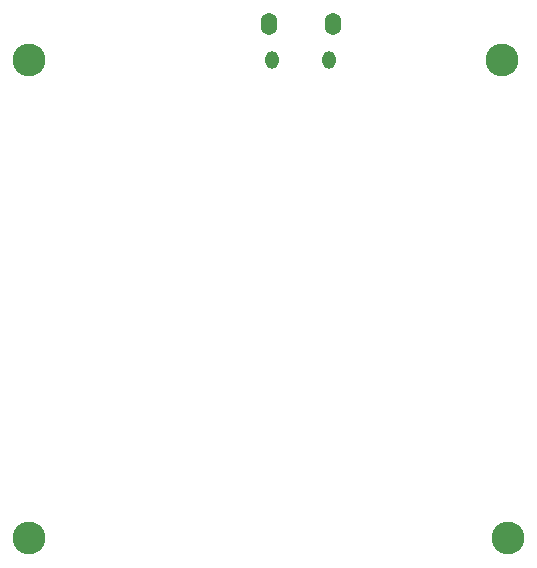
<source format=gbs>
G04 #@! TF.GenerationSoftware,KiCad,Pcbnew,8.0.5*
G04 #@! TF.CreationDate,2024-09-17T16:22:35-07:00*
G04 #@! TF.ProjectId,RP2040_PCB,52503230-3430-45f5-9043-422e6b696361,rev?*
G04 #@! TF.SameCoordinates,Original*
G04 #@! TF.FileFunction,Soldermask,Bot*
G04 #@! TF.FilePolarity,Negative*
%FSLAX46Y46*%
G04 Gerber Fmt 4.6, Leading zero omitted, Abs format (unit mm)*
G04 Created by KiCad (PCBNEW 8.0.5) date 2024-09-17 16:22:35*
%MOMM*%
%LPD*%
G01*
G04 APERTURE LIST*
%ADD10C,2.776000*%
%ADD11O,1.376000X1.876000*%
%ADD12O,1.126000X1.526000*%
G04 APERTURE END LIST*
D10*
G04 #@! TO.C,H2*
X171906066Y-81211781D03*
G04 #@! TD*
G04 #@! TO.C,H4*
X131906066Y-121711781D03*
G04 #@! TD*
G04 #@! TO.C,H1*
X131906066Y-81211781D03*
G04 #@! TD*
D11*
G04 #@! TO.C,J2*
X157631066Y-78211781D03*
D12*
X157331066Y-81241781D03*
X152481066Y-81241781D03*
D11*
X152181066Y-78211781D03*
G04 #@! TD*
D10*
G04 #@! TO.C,H3*
X172406066Y-121711781D03*
G04 #@! TD*
M02*

</source>
